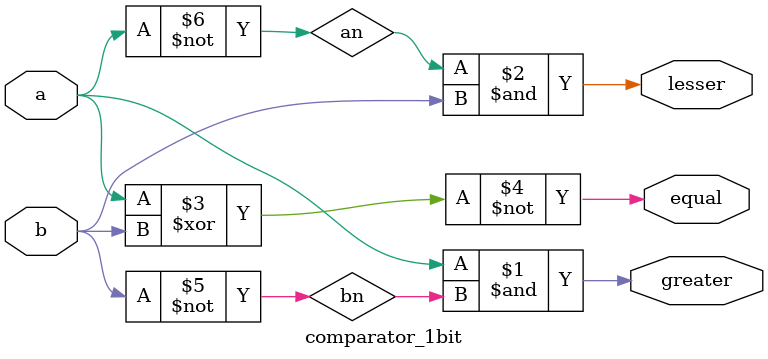
<source format=v>
module comparator_1bit(a,b,equal,greater, lesser);
  input a,b;
  output equal,greater,lesser;
  
  wire an,bn;
  
  not (bn,b);           //B ------> B'
  and a1(greater,a,bn); //A>B ----> A.B'
  not (an,a);           //A ------> A'
  and a2(lesser,an,b);  //A<B ----> A'.B
  xnor x1(equal,a,b);   //A=B ----> A'B'+A.B
  

endmodule


</source>
